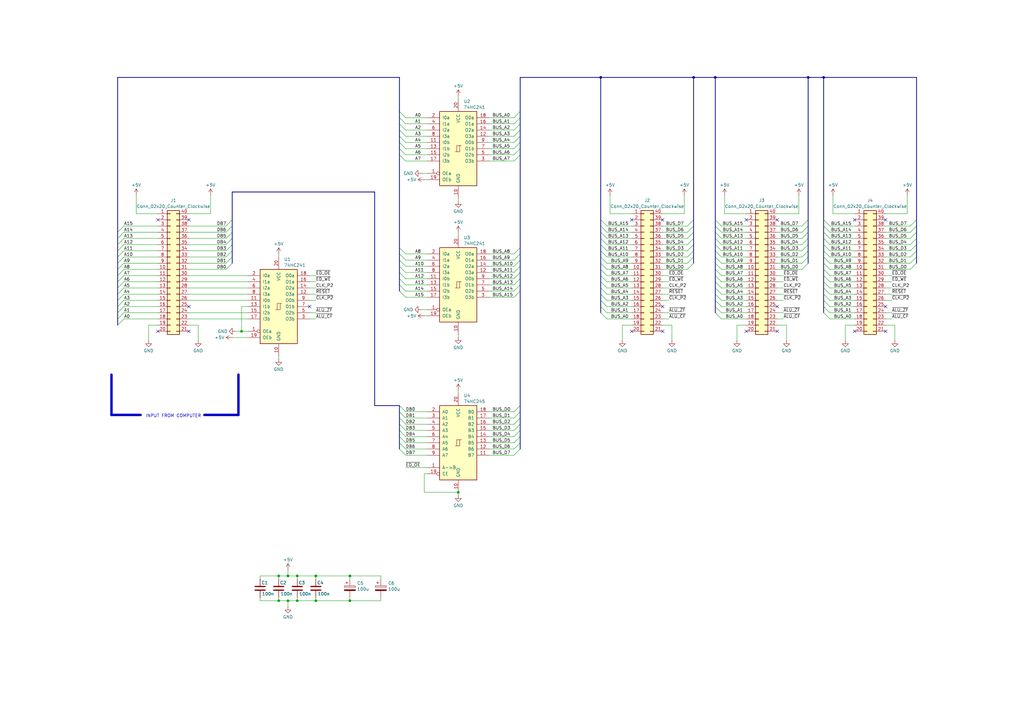
<source format=kicad_sch>
(kicad_sch (version 20231120) (generator "eeschema") (generator_version "8.0")
  (paper "A3")
  (junction (at 337.82 31.75))
  (junction (at 143.51 246.38))
  (junction (at 331.47 31.75))
  (junction (at 118.11 236.22))
  (junction (at 129.54 236.22))
  (junction (at 114.3 246.38))
  (junction (at 143.51 236.22))
  (junction (at 293.37 31.75))
  (junction (at 114.3 236.22))
  (junction (at 284.48 31.75))
  (junction (at 187.96 201.93))
  (junction (at 121.92 246.38))
  (junction (at 121.92 236.22))
  (junction (at 118.11 246.38))
  (junction (at 129.54 246.38))
  (junction (at 246.38 31.75))
  (junction (at 99.06 135.89))
  (no_connect (at 271.78 90.17))
  (no_connect (at 127 125.73))
  (no_connect (at 271.78 125.73))
  (no_connect (at 350.52 90.17))
  (no_connect (at 306.07 90.17))
  (no_connect (at 363.22 125.73))
  (no_connect (at 64.77 135.89))
  (no_connect (at 363.22 135.89))
  (no_connect (at 77.47 90.17))
  (no_connect (at 64.77 90.17))
  (no_connect (at 271.78 135.89))
  (no_connect (at 306.07 135.89))
  (no_connect (at 259.08 90.17))
  (no_connect (at 77.47 135.89))
  (no_connect (at 77.47 125.73))
  (no_connect (at 318.77 135.89))
  (no_connect (at 318.77 90.17))
  (no_connect (at 259.08 135.89))
  (no_connect (at 363.22 90.17))
  (no_connect (at 350.52 135.89))
  (no_connect (at 318.77 125.73))
  (bus_entry (at 166.37 111.76) (size -2.54 -2.54))
  (bus_entry (at 340.36 97.79) (size -2.54 -2.54))
  (bus_entry (at 328.93 92.71) (size 2.54 -2.54))
  (bus_entry (at 48.26 115.57) (size 2.54 -2.54))
  (bus_entry (at 48.26 125.73) (size 2.54 -2.54))
  (bus_entry (at 340.36 110.49) (size -2.54 -2.54))
  (bus_entry (at 166.37 63.5) (size -2.54 -2.54))
  (bus_entry (at 340.36 125.73) (size -2.54 -2.54))
  (bus_entry (at 210.82 168.91) (size 2.54 -2.54))
  (bus_entry (at 210.82 50.8) (size 2.54 -2.54))
  (bus_entry (at 295.91 97.79) (size -2.54 -2.54))
  (bus_entry (at 166.37 121.92) (size -2.54 -2.54))
  (bus_entry (at 328.93 105.41) (size 2.54 -2.54))
  (bus_entry (at 92.71 95.25) (size 2.54 -2.54))
  (bus_entry (at 48.26 95.25) (size 2.54 -2.54))
  (bus_entry (at 248.92 130.81) (size -2.54 -2.54))
  (bus_entry (at 166.37 176.53) (size -2.54 -2.54))
  (bus_entry (at 48.26 123.19) (size 2.54 -2.54))
  (bus_entry (at 48.26 130.81) (size 2.54 -2.54))
  (bus_entry (at 373.38 97.79) (size 2.54 -2.54))
  (bus_entry (at 295.91 130.81) (size -2.54 -2.54))
  (bus_entry (at 210.82 104.14) (size 2.54 -2.54))
  (bus_entry (at 166.37 186.69) (size -2.54 -2.54))
  (bus_entry (at 340.36 100.33) (size -2.54 -2.54))
  (bus_entry (at 248.92 95.25) (size -2.54 -2.54))
  (bus_entry (at 166.37 168.91) (size -2.54 -2.54))
  (bus_entry (at 340.36 123.19) (size -2.54 -2.54))
  (bus_entry (at 210.82 55.88) (size 2.54 -2.54))
  (bus_entry (at 295.91 100.33) (size -2.54 -2.54))
  (bus_entry (at 48.26 102.87) (size 2.54 -2.54))
  (bus_entry (at 281.94 95.25) (size 2.54 -2.54))
  (bus_entry (at 248.92 120.65) (size -2.54 -2.54))
  (bus_entry (at 248.92 102.87) (size -2.54 -2.54))
  (bus_entry (at 295.91 95.25) (size -2.54 -2.54))
  (bus_entry (at 248.92 125.73) (size -2.54 -2.54))
  (bus_entry (at 248.92 128.27) (size -2.54 -2.54))
  (bus_entry (at 281.94 102.87) (size 2.54 -2.54))
  (bus_entry (at 210.82 66.04) (size 2.54 -2.54))
  (bus_entry (at 248.92 92.71) (size -2.54 -2.54))
  (bus_entry (at 295.91 120.65) (size -2.54 -2.54))
  (bus_entry (at 295.91 123.19) (size -2.54 -2.54))
  (bus_entry (at 210.82 181.61) (size 2.54 -2.54))
  (bus_entry (at 48.26 107.95) (size 2.54 -2.54))
  (bus_entry (at 295.91 105.41) (size -2.54 -2.54))
  (bus_entry (at 210.82 114.3) (size 2.54 -2.54))
  (bus_entry (at 210.82 58.42) (size 2.54 -2.54))
  (bus_entry (at 340.36 118.11) (size -2.54 -2.54))
  (bus_entry (at 328.93 95.25) (size 2.54 -2.54))
  (bus_entry (at 373.38 102.87) (size 2.54 -2.54))
  (bus_entry (at 281.94 107.95) (size 2.54 -2.54))
  (bus_entry (at 295.91 92.71) (size -2.54 -2.54))
  (bus_entry (at 48.26 128.27) (size 2.54 -2.54))
  (bus_entry (at 210.82 60.96) (size 2.54 -2.54))
  (bus_entry (at 166.37 181.61) (size -2.54 -2.54))
  (bus_entry (at 210.82 119.38) (size 2.54 -2.54))
  (bus_entry (at 248.92 100.33) (size -2.54 -2.54))
  (bus_entry (at 281.94 100.33) (size 2.54 -2.54))
  (bus_entry (at 210.82 121.92) (size 2.54 -2.54))
  (bus_entry (at 248.92 115.57) (size -2.54 -2.54))
  (bus_entry (at 340.36 120.65) (size -2.54 -2.54))
  (bus_entry (at 92.71 92.71) (size 2.54 -2.54))
  (bus_entry (at 328.93 102.87) (size 2.54 -2.54))
  (bus_entry (at 48.26 97.79) (size 2.54 -2.54))
  (bus_entry (at 340.36 115.57) (size -2.54 -2.54))
  (bus_entry (at 248.92 123.19) (size -2.54 -2.54))
  (bus_entry (at 210.82 63.5) (size 2.54 -2.54))
  (bus_entry (at 295.91 118.11) (size -2.54 -2.54))
  (bus_entry (at 295.91 102.87) (size -2.54 -2.54))
  (bus_entry (at 295.91 107.95) (size -2.54 -2.54))
  (bus_entry (at 48.26 120.65) (size 2.54 -2.54))
  (bus_entry (at 373.38 105.41) (size 2.54 -2.54))
  (bus_entry (at 248.92 110.49) (size -2.54 -2.54))
  (bus_entry (at 48.26 105.41) (size 2.54 -2.54))
  (bus_entry (at 281.94 97.79) (size 2.54 -2.54))
  (bus_entry (at 48.26 100.33) (size 2.54 -2.54))
  (bus_entry (at 166.37 50.8) (size -2.54 -2.54))
  (bus_entry (at 166.37 106.68) (size -2.54 -2.54))
  (bus_entry (at 248.92 97.79) (size -2.54 -2.54))
  (bus_entry (at 210.82 171.45) (size 2.54 -2.54))
  (bus_entry (at 340.36 95.25) (size -2.54 -2.54))
  (bus_entry (at 281.94 110.49) (size 2.54 -2.54))
  (bus_entry (at 166.37 114.3) (size -2.54 -2.54))
  (bus_entry (at 92.71 110.49) (size 2.54 -2.54))
  (bus_entry (at 166.37 119.38) (size -2.54 -2.54))
  (bus_entry (at 328.93 107.95) (size 2.54 -2.54))
  (bus_entry (at 210.82 186.69) (size 2.54 -2.54))
  (bus_entry (at 328.93 110.49) (size 2.54 -2.54))
  (bus_entry (at 248.92 118.11) (size -2.54 -2.54))
  (bus_entry (at 92.71 102.87) (size 2.54 -2.54))
  (bus_entry (at 340.36 128.27) (size -2.54 -2.54))
  (bus_entry (at 210.82 109.22) (size 2.54 -2.54))
  (bus_entry (at 373.38 92.71) (size 2.54 -2.54))
  (bus_entry (at 92.71 107.95) (size 2.54 -2.54))
  (bus_entry (at 295.91 113.03) (size -2.54 -2.54))
  (bus_entry (at 48.26 113.03) (size 2.54 -2.54))
  (bus_entry (at 328.93 100.33) (size 2.54 -2.54))
  (bus_entry (at 248.92 107.95) (size -2.54 -2.54))
  (bus_entry (at 166.37 173.99) (size -2.54 -2.54))
  (bus_entry (at 48.26 133.35) (size 2.54 -2.54))
  (bus_entry (at 373.38 95.25) (size 2.54 -2.54))
  (bus_entry (at 166.37 66.04) (size -2.54 -2.54))
  (bus_entry (at 248.92 105.41) (size -2.54 -2.54))
  (bus_entry (at 166.37 60.96) (size -2.54 -2.54))
  (bus_entry (at 166.37 179.07) (size -2.54 -2.54))
  (bus_entry (at 166.37 109.22) (size -2.54 -2.54))
  (bus_entry (at 166.37 55.88) (size -2.54 -2.54))
  (bus_entry (at 281.94 105.41) (size 2.54 -2.54))
  (bus_entry (at 373.38 107.95) (size 2.54 -2.54))
  (bus_entry (at 295.91 125.73) (size -2.54 -2.54))
  (bus_entry (at 166.37 171.45) (size -2.54 -2.54))
  (bus_entry (at 373.38 110.49) (size 2.54 -2.54))
  (bus_entry (at 210.82 106.68) (size 2.54 -2.54))
  (bus_entry (at 340.36 107.95) (size -2.54 -2.54))
  (bus_entry (at 210.82 48.26) (size 2.54 -2.54))
  (bus_entry (at 166.37 53.34) (size -2.54 -2.54))
  (bus_entry (at 295.91 110.49) (size -2.54 -2.54))
  (bus_entry (at 210.82 176.53) (size 2.54 -2.54))
  (bus_entry (at 210.82 173.99) (size 2.54 -2.54))
  (bus_entry (at 48.26 118.11) (size 2.54 -2.54))
  (bus_entry (at 92.71 105.41) (size 2.54 -2.54))
  (bus_entry (at 281.94 92.71) (size 2.54 -2.54))
  (bus_entry (at 166.37 116.84) (size -2.54 -2.54))
  (bus_entry (at 210.82 116.84) (size 2.54 -2.54))
  (bus_entry (at 340.36 102.87) (size -2.54 -2.54))
  (bus_entry (at 166.37 184.15) (size -2.54 -2.54))
  (bus_entry (at 295.91 115.57) (size -2.54 -2.54))
  (bus_entry (at 92.71 100.33) (size 2.54 -2.54))
  (bus_entry (at 340.36 130.81) (size -2.54 -2.54))
  (bus_entry (at 340.36 92.71) (size -2.54 -2.54))
  (bus_entry (at 92.71 97.79) (size 2.54 -2.54))
  (bus_entry (at 210.82 179.07) (size 2.54 -2.54))
  (bus_entry (at 373.38 100.33) (size 2.54 -2.54))
  (bus_entry (at 210.82 184.15) (size 2.54 -2.54))
  (bus_entry (at 340.36 113.03) (size -2.54 -2.54))
  (bus_entry (at 248.92 113.03) (size -2.54 -2.54))
  (bus_entry (at 295.91 128.27) (size -2.54 -2.54))
  (bus_entry (at 166.37 104.14) (size -2.54 -2.54))
  (bus_entry (at 210.82 111.76) (size 2.54 -2.54))
  (bus_entry (at 166.37 58.42) (size -2.54 -2.54))
  (bus_entry (at 328.93 97.79) (size 2.54 -2.54))
  (bus_entry (at 48.26 110.49) (size 2.54 -2.54))
  (bus_entry (at 166.37 48.26) (size -2.54 -2.54))
  (bus_entry (at 340.36 105.41) (size -2.54 -2.54))
  (bus_entry (at 210.82 53.34) (size 2.54 -2.54))
  (wire (pts (xy 175.26 48.26) (xy 166.37 48.26)))
  (wire (pts (xy 200.66 116.84) (xy 210.82 116.84)))
  (bus (pts (xy 95.25 95.25) (xy 95.25 97.79)))
  (bus (pts (xy 375.92 31.75) (xy 375.92 90.17)))
  (bus (pts (xy 246.38 120.65) (xy 246.38 118.11)))
  (bus (pts (xy 337.82 123.19) (xy 337.82 120.65)))
  (wire (pts (xy 367.03 133.35) (xy 363.22 133.35)))
  (wire (pts (xy 318.77 110.49) (xy 328.93 110.49)))
  (bus (pts (xy 337.82 118.11) (xy 337.82 115.57)))
  (wire (pts (xy 50.8 115.57) (xy 64.77 115.57)))
  (wire (pts (xy 187.96 95.25) (xy 187.96 96.52)))
  (bus (pts (xy 337.82 128.27) (xy 337.82 125.73)))
  (wire (pts (xy 143.51 236.22) (xy 129.54 236.22)))
  (wire (pts (xy 280.67 87.63) (xy 280.67 80.01)))
  (bus (pts (xy 213.36 31.75) (xy 246.38 31.75)))
  (bus (pts (xy 375.92 95.25) (xy 375.92 97.79)))
  (bus (pts (xy 375.92 105.41) (xy 375.92 107.95)))
  (wire (pts (xy 64.77 87.63) (xy 55.88 87.63)))
  (wire (pts (xy 363.22 123.19) (xy 365.76 123.19)))
  (wire (pts (xy 175.26 116.84) (xy 166.37 116.84)))
  (wire (pts (xy 306.07 113.03) (xy 295.91 113.03)))
  (wire (pts (xy 350.52 97.79) (xy 340.36 97.79)))
  (wire (pts (xy 200.66 119.38) (xy 210.82 119.38)))
  (bus (pts (xy 163.83 109.22) (xy 163.83 106.68)))
  (bus (pts (xy 163.83 114.3) (xy 163.83 111.76)))
  (bus (pts (xy 213.36 176.53) (xy 213.36 173.99)))
  (wire (pts (xy 271.78 95.25) (xy 281.94 95.25)))
  (wire (pts (xy 306.07 125.73) (xy 295.91 125.73)))
  (bus (pts (xy 48.26 107.95) (xy 48.26 110.49)))
  (polyline (pts (xy 97.79 153.67) (xy 97.79 170.18)) (stroke (width 1)))
  (bus (pts (xy 375.92 102.87) (xy 375.92 105.41)))
  (wire (pts (xy 166.37 179.07) (xy 175.26 179.07)))
  (wire (pts (xy 166.37 186.69) (xy 175.26 186.69)))
  (bus (pts (xy 284.48 31.75) (xy 293.37 31.75)))
  (wire (pts (xy 106.68 245.11) (xy 106.68 246.38)))
  (bus (pts (xy 163.83 179.07) (xy 163.83 181.61)))
  (bus (pts (xy 48.26 125.73) (xy 48.26 128.27)))
  (wire (pts (xy 50.8 102.87) (xy 64.77 102.87)))
  (wire (pts (xy 156.21 237.49) (xy 156.21 236.22)))
  (wire (pts (xy 259.08 107.95) (xy 248.92 107.95)))
  (bus (pts (xy 213.36 114.3) (xy 213.36 111.76)))
  (wire (pts (xy 363.22 95.25) (xy 373.38 95.25)))
  (bus (pts (xy 163.83 63.5) (xy 163.83 60.96)))
  (bus (pts (xy 375.92 90.17) (xy 375.92 92.71)))
  (bus (pts (xy 153.67 78.74) (xy 153.67 166.37)))
  (bus (pts (xy 246.38 118.11) (xy 246.38 115.57)))
  (bus (pts (xy 246.38 113.03) (xy 246.38 110.49)))
  (wire (pts (xy 175.26 114.3) (xy 166.37 114.3)))
  (bus (pts (xy 246.38 102.87) (xy 246.38 100.33)))
  (wire (pts (xy 306.07 118.11) (xy 295.91 118.11)))
  (wire (pts (xy 306.07 123.19) (xy 295.91 123.19)))
  (wire (pts (xy 363.22 118.11) (xy 365.76 118.11)))
  (wire (pts (xy 350.52 118.11) (xy 340.36 118.11)))
  (bus (pts (xy 246.38 31.75) (xy 284.48 31.75)))
  (bus (pts (xy 293.37 113.03) (xy 293.37 110.49)))
  (wire (pts (xy 55.88 87.63) (xy 55.88 80.01)))
  (bus (pts (xy 375.92 100.33) (xy 375.92 102.87)))
  (wire (pts (xy 77.47 115.57) (xy 101.6 115.57)))
  (wire (pts (xy 187.96 81.28) (xy 187.96 82.55)))
  (wire (pts (xy 166.37 176.53) (xy 175.26 176.53)))
  (wire (pts (xy 118.11 246.38) (xy 121.92 246.38)))
  (wire (pts (xy 127 113.03) (xy 129.54 113.03)))
  (bus (pts (xy 293.37 118.11) (xy 293.37 115.57)))
  (wire (pts (xy 306.07 120.65) (xy 295.91 120.65)))
  (wire (pts (xy 50.8 120.65) (xy 64.77 120.65)))
  (wire (pts (xy 322.58 139.7) (xy 322.58 133.35)))
  (bus (pts (xy 293.37 31.75) (xy 331.47 31.75)))
  (bus (pts (xy 95.25 102.87) (xy 95.25 105.41)))
  (bus (pts (xy 163.83 181.61) (xy 163.83 184.15)))
  (bus (pts (xy 163.83 119.38) (xy 163.83 116.84)))
  (wire (pts (xy 306.07 97.79) (xy 295.91 97.79)))
  (wire (pts (xy 318.77 120.65) (xy 321.31 120.65)))
  (wire (pts (xy 274.32 130.81) (xy 271.78 130.81)))
  (bus (pts (xy 153.67 78.74) (xy 95.25 78.74)))
  (wire (pts (xy 200.66 63.5) (xy 210.82 63.5)))
  (wire (pts (xy 350.52 120.65) (xy 340.36 120.65)))
  (bus (pts (xy 331.47 90.17) (xy 331.47 92.71)))
  (wire (pts (xy 127 128.27) (xy 129.54 128.27)))
  (wire (pts (xy 363.22 102.87) (xy 373.38 102.87)))
  (wire (pts (xy 50.8 105.41) (xy 64.77 105.41)))
  (bus (pts (xy 284.48 105.41) (xy 284.48 107.95)))
  (wire (pts (xy 318.77 107.95) (xy 328.93 107.95)))
  (wire (pts (xy 50.8 110.49) (xy 64.77 110.49)))
  (wire (pts (xy 200.66 168.91) (xy 210.82 168.91)))
  (wire (pts (xy 156.21 236.22) (xy 143.51 236.22)))
  (wire (pts (xy 101.6 125.73) (xy 99.06 125.73)))
  (wire (pts (xy 363.22 120.65) (xy 365.76 120.65)))
  (wire (pts (xy 77.47 110.49) (xy 92.71 110.49)))
  (wire (pts (xy 106.68 236.22) (xy 106.68 237.49)))
  (bus (pts (xy 331.47 31.75) (xy 331.47 90.17)))
  (wire (pts (xy 200.66 184.15) (xy 210.82 184.15)))
  (wire (pts (xy 318.77 118.11) (xy 321.31 118.11)))
  (wire (pts (xy 118.11 236.22) (xy 121.92 236.22)))
  (bus (pts (xy 163.83 166.37) (xy 163.83 168.91)))
  (bus (pts (xy 213.36 58.42) (xy 213.36 55.88)))
  (wire (pts (xy 318.77 100.33) (xy 328.93 100.33)))
  (bus (pts (xy 95.25 90.17) (xy 95.25 92.71)))
  (wire (pts (xy 50.8 97.79) (xy 64.77 97.79)))
  (wire (pts (xy 318.77 123.19) (xy 321.31 123.19)))
  (bus (pts (xy 163.83 55.88) (xy 163.83 53.34)))
  (bus (pts (xy 163.83 31.75) (xy 163.83 45.72)))
  (bus (pts (xy 213.36 55.88) (xy 213.36 53.34)))
  (bus (pts (xy 48.26 105.41) (xy 48.26 107.95)))
  (wire (pts (xy 129.54 236.22) (xy 129.54 237.49)))
  (bus (pts (xy 163.83 53.34) (xy 163.83 50.8)))
  (bus (pts (xy 213.36 104.14) (xy 213.36 101.6)))
  (bus (pts (xy 95.25 105.41) (xy 95.25 107.95)))
  (bus (pts (xy 293.37 90.17) (xy 293.37 31.75)))
  (wire (pts (xy 175.26 109.22) (xy 166.37 109.22)))
  (bus (pts (xy 163.83 50.8) (xy 163.83 48.26)))
  (wire (pts (xy 327.66 87.63) (xy 327.66 80.01)))
  (wire (pts (xy 318.77 128.27) (xy 321.31 128.27)))
  (bus (pts (xy 331.47 97.79) (xy 331.47 100.33)))
  (bus (pts (xy 337.82 110.49) (xy 337.82 107.95)))
  (wire (pts (xy 60.96 133.35) (xy 64.77 133.35)))
  (wire (pts (xy 175.26 50.8) (xy 166.37 50.8)))
  (wire (pts (xy 259.08 128.27) (xy 248.92 128.27)))
  (wire (pts (xy 166.37 184.15) (xy 175.26 184.15)))
  (wire (pts (xy 86.36 87.63) (xy 86.36 80.01)))
  (bus (pts (xy 293.37 123.19) (xy 293.37 120.65)))
  (wire (pts (xy 350.52 130.81) (xy 340.36 130.81)))
  (wire (pts (xy 77.47 92.71) (xy 92.71 92.71)))
  (wire (pts (xy 318.77 92.71) (xy 328.93 92.71)))
  (wire (pts (xy 259.08 110.49) (xy 248.92 110.49)))
  (wire (pts (xy 99.06 135.89) (xy 101.6 135.89)))
  (bus (pts (xy 293.37 97.79) (xy 293.37 95.25)))
  (bus (pts (xy 246.38 90.17) (xy 246.38 31.75)))
  (bus (pts (xy 213.36 168.91) (xy 213.36 166.37)))
  (wire (pts (xy 318.77 102.87) (xy 328.93 102.87)))
  (wire (pts (xy 81.28 139.7) (xy 81.28 133.35)))
  (wire (pts (xy 255.27 133.35) (xy 259.08 133.35)))
  (wire (pts (xy 121.92 246.38) (xy 129.54 246.38)))
  (wire (pts (xy 363.22 107.95) (xy 373.38 107.95)))
  (bus (pts (xy 337.82 31.75) (xy 375.92 31.75)))
  (wire (pts (xy 250.19 87.63) (xy 250.19 80.01)))
  (wire (pts (xy 259.08 92.71) (xy 248.92 92.71)))
  (wire (pts (xy 271.78 128.27) (xy 274.32 128.27)))
  (wire (pts (xy 175.26 66.04) (xy 166.37 66.04)))
  (bus (pts (xy 48.26 118.11) (xy 48.26 120.65)))
  (wire (pts (xy 175.26 106.68) (xy 166.37 106.68)))
  (bus (pts (xy 163.83 111.76) (xy 163.83 109.22)))
  (wire (pts (xy 175.26 55.88) (xy 166.37 55.88)))
  (wire (pts (xy 363.22 87.63) (xy 372.11 87.63)))
  (bus (pts (xy 337.82 125.73) (xy 337.82 123.19)))
  (wire (pts (xy 306.07 87.63) (xy 297.18 87.63)))
  (wire (pts (xy 114.3 236.22) (xy 118.11 236.22)))
  (bus (pts (xy 213.36 106.68) (xy 213.36 104.14)))
  (bus (pts (xy 163.83 173.99) (xy 163.83 176.53)))
  (wire (pts (xy 77.47 87.63) (xy 86.36 87.63)))
  (wire (pts (xy 81.28 133.35) (xy 77.47 133.35)))
  (bus (pts (xy 48.26 113.03) (xy 48.26 115.57)))
  (wire (pts (xy 259.08 115.57) (xy 248.92 115.57)))
  (bus (pts (xy 213.36 171.45) (xy 213.36 168.91)))
  (wire (pts (xy 306.07 102.87) (xy 295.91 102.87)))
  (wire (pts (xy 306.07 92.71) (xy 295.91 92.71)))
  (wire (pts (xy 166.37 191.77) (xy 175.26 191.77)))
  (wire (pts (xy 275.59 133.35) (xy 271.78 133.35)))
  (wire (pts (xy 259.08 97.79) (xy 248.92 97.79)))
  (wire (pts (xy 350.52 92.71) (xy 340.36 92.71)))
  (wire (pts (xy 306.07 95.25) (xy 295.91 95.25)))
  (wire (pts (xy 175.26 104.14) (xy 166.37 104.14)))
  (wire (pts (xy 259.08 102.87) (xy 248.92 102.87)))
  (wire (pts (xy 50.8 92.71) (xy 64.77 92.71)))
  (wire (pts (xy 200.66 171.45) (xy 210.82 171.45)))
  (bus (pts (xy 95.25 97.79) (xy 95.25 100.33)))
  (wire (pts (xy 350.52 128.27) (xy 340.36 128.27)))
  (wire (pts (xy 259.08 130.81) (xy 248.92 130.81)))
  (wire (pts (xy 346.71 133.35) (xy 350.52 133.35)))
  (bus (pts (xy 163.83 106.68) (xy 163.83 104.14)))
  (wire (pts (xy 363.22 97.79) (xy 373.38 97.79)))
  (wire (pts (xy 350.52 110.49) (xy 340.36 110.49)))
  (wire (pts (xy 166.37 173.99) (xy 175.26 173.99)))
  (polyline (pts (xy 57.658 170.18) (xy 45.72 170.18)) (stroke (width 1)))
  (wire (pts (xy 350.52 113.03) (xy 340.36 113.03)))
  (bus (pts (xy 246.38 128.27) (xy 246.38 125.73)))
  (wire (pts (xy 259.08 123.19) (xy 248.92 123.19)))
  (bus (pts (xy 293.37 128.27) (xy 293.37 125.73)))
  (wire (pts (xy 350.52 95.25) (xy 340.36 95.25)))
  (wire (pts (xy 271.78 105.41) (xy 281.94 105.41)))
  (bus (pts (xy 213.36 173.99) (xy 213.36 171.45)))
  (wire (pts (xy 114.3 146.05) (xy 114.3 147.32)))
  (wire (pts (xy 350.52 107.95) (xy 340.36 107.95)))
  (bus (pts (xy 293.37 110.49) (xy 293.37 107.95)))
  (bus (pts (xy 163.83 63.5) (xy 163.83 101.6)))
  (wire (pts (xy 200.66 121.92) (xy 210.82 121.92)))
  (wire (pts (xy 372.11 87.63) (xy 372.11 80.01)))
  (wire (pts (xy 127 118.11) (xy 129.54 118.11)))
  (wire (pts (xy 50.8 118.11) (xy 64.77 118.11)))
  (wire (pts (xy 363.22 113.03) (xy 365.76 113.03)))
  (wire (pts (xy 187.96 137.16) (xy 187.96 138.43)))
  (bus (pts (xy 48.26 95.25) (xy 48.26 97.79)))
  (wire (pts (xy 350.52 123.19) (xy 340.36 123.19)))
  (bus (pts (xy 246.38 100.33) (xy 246.38 97.79)))
  (bus (pts (xy 293.37 92.71) (xy 293.37 90.17)))
  (wire (pts (xy 106.68 246.38) (xy 114.3 246.38)))
  (wire (pts (xy 363.22 100.33) (xy 373.38 100.33)))
  (wire (pts (xy 114.3 246.38) (xy 118.11 246.38)))
  (bus (pts (xy 48.26 102.87) (xy 48.26 105.41)))
  (bus (pts (xy 246.38 115.57) (xy 246.38 113.03)))
  (wire (pts (xy 346.71 139.7) (xy 346.71 133.35)))
  (wire (pts (xy 166.37 168.91) (xy 175.26 168.91)))
  (wire (pts (xy 200.66 186.69) (xy 210.82 186.69)))
  (bus (pts (xy 293.37 95.25) (xy 293.37 92.71)))
  (wire (pts (xy 175.26 63.5) (xy 166.37 63.5)))
  (bus (pts (xy 213.36 53.34) (xy 213.36 50.8)))
  (bus (pts (xy 213.36 60.96) (xy 213.36 58.42)))
  (wire (pts (xy 50.8 113.03) (xy 64.77 113.03)))
  (wire (pts (xy 350.52 102.87) (xy 340.36 102.87)))
  (wire (pts (xy 175.26 58.42) (xy 166.37 58.42)))
  (wire (pts (xy 77.47 120.65) (xy 101.6 120.65)))
  (wire (pts (xy 200.66 114.3) (xy 210.82 114.3)))
  (bus (pts (xy 284.48 31.75) (xy 284.48 90.17)))
  (wire (pts (xy 318.77 97.79) (xy 328.93 97.79)))
  (wire (pts (xy 200.66 111.76) (xy 210.82 111.76)))
  (wire (pts (xy 200.66 109.22) (xy 210.82 109.22)))
  (wire (pts (xy 271.78 100.33) (xy 281.94 100.33)))
  (wire (pts (xy 156.21 246.38) (xy 143.51 246.38)))
  (bus (pts (xy 337.82 95.25) (xy 337.82 92.71)))
  (wire (pts (xy 271.78 115.57) (xy 274.32 115.57)))
  (bus (pts (xy 163.83 104.14) (xy 163.83 101.6)))
  (bus (pts (xy 246.38 95.25) (xy 246.38 92.71)))
  (wire (pts (xy 77.47 95.25) (xy 92.71 95.25)))
  (wire (pts (xy 127 115.57) (xy 129.54 115.57)))
  (wire (pts (xy 200.66 53.34) (xy 210.82 53.34)))
  (wire (pts (xy 363.22 110.49) (xy 373.38 110.49)))
  (wire (pts (xy 77.47 128.27) (xy 101.6 128.27)))
  (wire (pts (xy 271.78 97.79) (xy 281.94 97.79)))
  (wire (pts (xy 187.96 201.93) (xy 187.96 203.2)))
  (bus (pts (xy 48.26 110.49) (xy 48.26 113.03)))
  (wire (pts (xy 114.3 236.22) (xy 114.3 237.49)))
  (bus (pts (xy 337.82 107.95) (xy 337.82 105.41)))
  (wire (pts (xy 271.78 120.65) (xy 274.32 120.65)))
  (wire (pts (xy 118.11 246.38) (xy 118.11 248.92)))
  (bus (pts (xy 293.37 107.95) (xy 293.37 105.41)))
  (wire (pts (xy 259.08 95.25) (xy 248.92 95.25)))
  (bus (pts (xy 213.36 48.26) (xy 213.36 45.72)))
  (wire (pts (xy 121.92 245.11) (xy 121.92 246.38)))
  (bus (pts (xy 246.38 110.49) (xy 246.38 107.95)))
  (wire (pts (xy 175.26 111.76) (xy 166.37 111.76)))
  (bus (pts (xy 163.83 116.84) (xy 163.83 114.3)))
  (bus (pts (xy 246.38 125.73) (xy 246.38 123.19)))
  (wire (pts (xy 306.07 105.41) (xy 295.91 105.41)))
  (bus (pts (xy 375.92 92.71) (xy 375.92 95.25)))
  (bus (pts (xy 213.36 116.84) (xy 213.36 114.3)))
  (bus (pts (xy 213.36 109.22) (xy 213.36 106.68)))
  (bus (pts (xy 337.82 97.79) (xy 337.82 95.25)))
  (bus (pts (xy 48.26 120.65) (xy 48.26 123.19)))
  (wire (pts (xy 306.07 128.27) (xy 295.91 128.27)))
  (bus (pts (xy 213.36 50.8) (xy 213.36 48.26)))
  (bus (pts (xy 48.26 123.19) (xy 48.26 125.73)))
  (wire (pts (xy 187.96 39.37) (xy 187.96 40.64)))
  (bus (pts (xy 95.25 100.33) (xy 95.25 102.87)))
  (wire (pts (xy 143.51 246.38) (xy 129.54 246.38)))
  (wire (pts (xy 60.96 139.7) (xy 60.96 133.35)))
  (wire (pts (xy 302.26 139.7) (xy 302.26 133.35)))
  (bus (pts (xy 246.38 107.95) (xy 246.38 105.41)))
  (wire (pts (xy 175.26 60.96) (xy 166.37 60.96)))
  (bus (pts (xy 213.36 181.61) (xy 213.36 179.07)))
  (wire (pts (xy 363.22 105.41) (xy 373.38 105.41)))
  (bus (pts (xy 213.36 45.72) (xy 213.36 31.75)))
  (wire (pts (xy 367.03 139.7) (xy 367.03 133.35)))
  (wire (pts (xy 200.66 104.14) (xy 210.82 104.14)))
  (wire (pts (xy 50.8 100.33) (xy 64.77 100.33)))
  (bus (pts (xy 153.67 166.37) (xy 163.83 166.37)))
  (wire (pts (xy 306.07 100.33) (xy 295.91 100.33)))
  (bus (pts (xy 48.26 31.75) (xy 163.83 31.75)))
  (wire (pts (xy 118.11 233.68) (xy 118.11 236.22)))
  (wire (pts (xy 77.47 123.19) (xy 101.6 123.19)))
  (wire (pts (xy 166.37 171.45) (xy 175.26 171.45)))
  (wire (pts (xy 271.78 92.71) (xy 281.94 92.71)))
  (wire (pts (xy 271.78 123.19) (xy 274.32 123.19)))
  (wire (pts (xy 95.25 138.43) (xy 101.6 138.43)))
  (wire (pts (xy 50.8 128.27) (xy 64.77 128.27)))
  (bus (pts (xy 331.47 31.75) (xy 337.82 31.75)))
  (wire (pts (xy 77.47 130.81) (xy 101.6 130.81)))
  (wire (pts (xy 259.08 105.41) (xy 248.92 105.41)))
  (wire (pts (xy 318.77 115.57) (xy 321.31 115.57)))
  (bus (pts (xy 337.82 105.41) (xy 337.82 102.87)))
  (wire (pts (xy 50.8 107.95) (xy 64.77 107.95)))
  (bus (pts (xy 331.47 102.87) (xy 331.47 105.41)))
  (wire (pts (xy 341.63 87.63) (xy 341.63 80.01)))
  (wire (pts (xy 99.06 125.73) (xy 99.06 135.89)))
  (wire (pts (xy 173.99 129.54) (xy 175.26 129.54)))
  (wire (pts (xy 350.52 125.73) (xy 340.36 125.73)))
  (wire (pts (xy 259.08 87.63) (xy 250.19 87.63)))
  (bus (pts (xy 293.37 105.41) (xy 293.37 102.87)))
  (bus (pts (xy 284.48 100.33) (xy 284.48 102.87)))
  (bus (pts (xy 213.36 179.07) (xy 213.36 176.53)))
  (wire (pts (xy 173.99 201.93) (xy 187.96 201.93)))
  (wire (pts (xy 259.08 120.65) (xy 248.92 120.65)))
  (wire (pts (xy 77.47 118.11) (xy 101.6 118.11)))
  (wire (pts (xy 127 120.65) (xy 129.54 120.65)))
  (wire (pts (xy 318.77 113.03) (xy 321.31 113.03)))
  (wire (pts (xy 77.47 100.33) (xy 92.71 100.33)))
  (wire (pts (xy 175.26 53.34) (xy 166.37 53.34)))
  (wire (pts (xy 200.66 66.04) (xy 210.82 66.04)))
  (wire (pts (xy 271.78 110.49) (xy 281.94 110.49)))
  (wire (pts (xy 306.07 107.95) (xy 295.91 107.95)))
  (bus (pts (xy 48.26 128.27) (xy 48.26 130.81)))
  (bus (pts (xy 293.37 120.65) (xy 293.37 118.11)))
  (wire (pts (xy 200.66 48.26) (xy 210.82 48.26)))
  (bus (pts (xy 213.36 63.5) (xy 213.36 60.96)))
  (wire (pts (xy 77.47 97.79) (xy 92.71 97.79)))
  (wire (pts (xy 271.78 113.03) (xy 274.32 113.03)))
  (wire (pts (xy 200.66 60.96) (xy 210.82 60.96)))
  (wire (pts (xy 350.52 87.63) (xy 341.63 87.63)))
  (bus (pts (xy 213.36 101.6) (xy 213.36 63.5)))
  (bus (pts (xy 48.26 115.57) (xy 48.26 118.11)))
  (wire (pts (xy 114.3 104.14) (xy 114.3 105.41)))
  (bus (pts (xy 331.47 92.71) (xy 331.47 95.25)))
  (wire (pts (xy 365.76 130.81) (xy 363.22 130.81)))
  (wire (pts (xy 77.47 107.95) (xy 92.71 107.95)))
  (wire (pts (xy 297.18 87.63) (xy 297.18 80.01)))
  (wire (pts (xy 306.07 130.81) (xy 295.91 130.81)))
  (bus (pts (xy 213.36 111.76) (xy 213.36 109.22)))
  (bus (pts (xy 213.36 166.37) (xy 213.36 119.38)))
  (wire (pts (xy 114.3 246.38) (xy 114.3 245.11)))
  (bus (pts (xy 331.47 105.41) (xy 331.47 107.95)))
  (wire (pts (xy 259.08 100.33) (xy 248.92 100.33)))
  (bus (pts (xy 337.82 102.87) (xy 337.82 100.33)))
  (bus (pts (xy 163.83 168.91) (xy 163.83 171.45)))
  (wire (pts (xy 156.21 245.11) (xy 156.21 246.38)))
  (wire (pts (xy 350.52 105.41) (xy 340.36 105.41)))
  (wire (pts (xy 350.52 100.33) (xy 340.36 100.33)))
  (bus (pts (xy 375.92 97.79) (xy 375.92 100.33)))
  (wire (pts (xy 259.08 125.73) (xy 248.92 125.73)))
  (bus (pts (xy 48.26 31.75) (xy 48.26 95.25)))
  (wire (pts (xy 175.26 121.92) (xy 166.37 121.92)))
  (bus (pts (xy 284.48 90.17) (xy 284.48 92.71)))
  (wire (pts (xy 259.08 113.03) (xy 248.92 113.03)))
  (bus (pts (xy 95.25 92.71) (xy 95.25 95.25)))
  (wire (pts (xy 173.99 194.31) (xy 173.99 201.93)))
  (wire (pts (xy 173.99 194.31) (xy 175.26 194.31)))
  (wire (pts (xy 363.22 115.57) (xy 365.76 115.57)))
  (wire (pts (xy 50.8 123.19) (xy 64.77 123.19)))
  (wire (pts (xy 350.52 115.57) (xy 340.36 115.57)))
  (bus (pts (xy 293.37 102.87) (xy 293.37 100.33)))
  (bus (pts (xy 337.82 113.03) (xy 337.82 110.49)))
  (bus (pts (xy 163.83 171.45) (xy 163.83 173.99)))
  (bus (pts (xy 337.82 92.71) (xy 337.82 90.17)))
  (wire (pts (xy 200.66 181.61) (xy 210.82 181.61)))
  (wire (pts (xy 200.66 50.8) (xy 210.82 50.8)))
  (bus (pts (xy 246.38 92.71) (xy 246.38 90.17)))
  (wire (pts (xy 200.66 176.53) (xy 210.82 176.53)))
  (wire (pts (xy 77.47 102.87) (xy 92.71 102.87)))
  (wire (pts (xy 259.08 118.11) (xy 248.92 118.11)))
  (wire (pts (xy 363.22 92.71) (xy 373.38 92.71)))
  (wire (pts (xy 50.8 125.73) (xy 64.77 125.73)))
  (wire (pts (xy 77.47 105.41) (xy 92.71 105.41)))
  (wire (pts (xy 322.58 133.35) (xy 318.77 133.35)))
  (wire (pts (xy 129.54 246.38) (xy 129.54 245.11)))
  (wire (pts (xy 302.26 133.35) (xy 306.07 133.35)))
  (bus (pts (xy 284.48 92.71) (xy 284.48 95.25)))
  (bus (pts (xy 331.47 95.25) (xy 331.47 97.79)))
  (bus (pts (xy 284.48 95.25) (xy 284.48 97.79)))
  (wire (pts (xy 127 123.19) (xy 129.54 123.19)))
  (bus (pts (xy 337.82 90.17) (xy 337.82 31.75)))
  (wire (pts (xy 77.47 113.03) (xy 101.6 113.03)))
  (bus (pts (xy 163.83 48.26) (xy 163.83 45.72)))
  (wire (pts (xy 321.31 130.81) (xy 318.77 130.81)))
  (wire (pts (xy 166.37 181.61) (xy 175.26 181.61)))
  (wire (pts (xy 271.78 107.95) (xy 281.94 107.95)))
  (bus (pts (xy 293.37 125.73) (xy 293.37 123.19)))
  (bus (pts (xy 163.83 60.96) (xy 163.83 58.42)))
  (wire (pts (xy 318.77 87.63) (xy 327.66 87.63)))
  (polyline (pts (xy 83.82 170.18) (xy 97.79 170.18)) (stroke (width 1)))
  (bus (pts (xy 284.48 102.87) (xy 284.48 105.41)))
  (wire (pts (xy 121.92 237.49) (xy 121.92 236.22)))
  (bus (pts (xy 48.26 97.79) (xy 48.26 100.33)))
  (wire (pts (xy 306.07 110.49) (xy 295.91 110.49)))
  (bus (pts (xy 213.36 184.15) (xy 213.36 181.61)))
  (wire (pts (xy 363.22 128.27) (xy 365.76 128.27)))
  (wire (pts (xy 50.8 95.25) (xy 64.77 95.25)))
  (bus (pts (xy 246.38 97.79) (xy 246.38 95.25)))
  (bus (pts (xy 48.26 100.33) (xy 48.26 102.87)))
  (wire (pts (xy 271.78 87.63) (xy 280.67 87.63)))
  (wire (pts (xy 318.77 95.25) (xy 328.93 95.25)))
  (wire (pts (xy 271.78 118.11) (xy 274.32 118.11)))
  (wire (pts (xy 306.07 115.57) (xy 295.91 115.57)))
  (wire (pts (xy 96.52 135.89) (xy 99.06 135.89)))
  (polyline (pts (xy 45.72 153.67) (xy 45.72 170.18)) (stroke (width 1)))
  (bus (pts (xy 246.38 105.41) (xy 246.38 102.87)))
  (wire (pts (xy 143.51 237.49) (xy 143.51 236.22)))
  (bus (pts (xy 163.83 58.42) (xy 163.83 55.88)))
  (wire (pts (xy 275.59 139.7) (xy 275.59 133.35)))
  (wire (pts (xy 172.72 127) (xy 175.26 127)))
  (bus (pts (xy 293.37 100.33) (xy 293.37 97.79)))
  (bus (pts (xy 246.38 123.19) (xy 246.38 120.65)))
  (wire (pts (xy 200.66 55.88) (xy 210.82 55.88)))
  (wire (pts (xy 50.8 130.81) (xy 64.77 130.81)))
  (wire (pts (xy 175.26 119.38) (xy 166.37 119.38)))
  (wire (pts (xy 127 130.81) (xy 129.54 130.81)))
  (bus (pts (xy 337.82 100.33) (xy 337.82 97.79)))
  (bus (pts (xy 337.82 120.65) (xy 337.82 118.11)))
  (bus (pts (xy 284.48 97.79) (xy 284.48 100.33)))
  (bus (pts (xy 337.82 115.57) (xy 337.82 113.03)))
  (wire (pts (xy 121.92 236.22) (xy 129.54 236.22)))
  (wire (pts (xy 271.78 102.87) (xy 281.94 102.87)))
  (bus (pts (xy 293.37 115.57) (xy 293.37 113.03)))
  (wire (pts (xy 200.66 58.42) (xy 210.82 58.42)))
  (bus (pts (xy 331.47 100.33) (xy 331.47 102.87)))
  (wire (pts (xy 255.27 139.7) (xy 255.27 133.35)))
  (bus (pts (xy 163.83 176.53) (xy 163.83 179.07)))
  (wire (pts (xy 187.96 160.02) (xy 187.96 161.29)))
  (bus (pts (xy 213.36 119.38) (xy 213.36 116.84)))
  (wire (pts (xy 106.68 236.22) (xy 114.3 236.22)))
  (wire (pts (xy 200.66 173.99) (xy 210.82 173.99)))
  (bus (pts (xy 48.26 130.81) (xy 48.26 133.35)))
  (wire (pts (xy 173.99 73.66) (xy 175.26 73.66)))
  (wire (pts (xy 143.51 245.11) (xy 143.51 246.38)))
  (wire (pts (xy 200.66 179.07) (xy 210.82 179.07)))
  (wire (pts (xy 200.66 106.68) (xy 210.82 106.68)))
  (wire (pts (xy 172.72 71.12) (xy 175.26 71.12)))
  (wire (pts (xy 318.77 105.41) (xy 328.93 105.41)))
  (bus (pts (xy 95.25 78.74) (xy 95.25 90.17)))
  (text "INPUT FROM COMPUTER" (at 71.12 170.688 0) (effects (font (size 1.27 1.27))))
  (label "BUS_A5" (at 349.25 118.11 180))
  (label "BUS_D0" (at 364.49 110.49 0))
  (label "BUS_A6" (at 304.8 115.57 180))
  (label "~{RESET}" (at 365.76 120.65 0))
  (label "A14" (at 170.18 119.38 0))
  (label "~{ED_OE}" (at 321.31 113.03 0))
  (label "BUS_A2" (at 304.8 125.73 180))
  (label "BUS_A14" (at 257.81 95.25 180))
  (label "BUS_A8" (at 201.93 104.14 0))
  (label "CLK_P2" (at 129.54 118.11 0))
  (label "BUS_D1" (at 273.05 107.95 0))
  (label "DB5" (at 88.9 97.79 0))
  (label "A1" (at 50.8 128.27 0))
  (label "BUS_A4" (at 304.8 120.65 180))
  (label "BUS_A7" (at 349.25 113.03 180))
  (label "A15" (at 50.8 92.71 0))
  (label "BUS_A2" (at 201.93 53.34 0))
  (label "~{ALU_CF}" (at 274.32 130.81 0))
  (label "A8" (at 50.8 110.49 0))
  (label "~{ALU_CF}" (at 365.76 130.81 0))
  (label "BUS_D3" (at 201.93 176.53 0))
  (label "BUS_D2" (at 320.04 105.41 0))
  (label "BUS_D6" (at 273.05 95.25 0))
  (label "~{ED_WE}" (at 365.76 115.57 0))
  (label "CLK_P2" (at 365.76 118.11 0))
  (label "BUS_D0" (at 201.93 168.91 0))
  (label "BUS_D6" (at 320.04 95.25 0))
  (label "A2" (at 170.18 53.34 0))
  (label "BUS_A1" (at 304.8 128.27 180))
  (label "~{ALU_CF}" (at 321.31 130.81 0))
  (label "BUS_A14" (at 304.8 95.25 180))
  (label "A8" (at 170.18 104.14 0))
  (label "BUS_D2" (at 364.49 105.41 0))
  (label "BUS_D7" (at 201.93 186.69 0))
  (label "BUS_A7" (at 201.93 66.04 0))
  (label "~{ALU_ZF}" (at 129.54 128.27 0))
  (label "BUS_A6" (at 257.81 115.57 180))
  (label "A9" (at 50.8 107.95 0))
  (label "~{ALU_CF}" (at 129.54 130.81 0))
  (label "BUS_A3" (at 257.81 123.19 180))
  (label "A1" (at 170.18 50.8 0))
  (label "BUS_D3" (at 273.05 102.87 0))
  (label "A4" (at 170.18 58.42 0))
  (label "BUS_A7" (at 304.8 113.03 180))
  (label "A6" (at 170.18 63.5 0))
  (label "~{ED_OE}" (at 365.76 113.03 0))
  (label "~{CLK_P2}" (at 365.76 123.19 0))
  (label "A3" (at 170.18 55.88 0))
  (label "~{CLK_P2}" (at 274.32 123.19 0))
  (label "A9" (at 170.18 106.68 0))
  (label "BUS_A15" (at 349.25 92.71 180))
  (label "~{ED_WE}" (at 274.32 115.57 0))
  (label "BUS_A13" (at 349.25 97.79 180))
  (label "BUS_A10" (at 304.8 105.41 180))
  (label "BUS_A14" (at 349.25 95.25 180))
  (label "BUS_A10" (at 257.81 105.41 180))
  (label "BUS_A5" (at 304.8 118.11 180))
  (label "BUS_D1" (at 201.93 171.45 0))
  (label "BUS_A13" (at 257.81 97.79 180))
  (label "DB0" (at 88.9 110.49 0))
  (label "BUS_A12" (at 257.81 100.33 180))
  (label "~{RESET}" (at 274.32 120.65 0))
  (label "DB2" (at 88.9 105.41 0))
  (label "BUS_A8" (at 349.25 110.49 180))
  (label "BUS_A0" (at 201.93 48.26 0))
  (label "BUS_A11" (at 304.8 102.87 180))
  (label "BUS_A7" (at 257.81 113.03 180))
  (label "DB6" (at 166.37 184.15 0))
  (label "BUS_A11" (at 257.81 102.87 180))
  (label "BUS_A1" (at 349.25 128.27 180))
  (label "BUS_A9" (at 257.81 107.95 180))
  (label "BUS_A4" (at 349.25 120.65 180))
  (label "BUS_D4" (at 364.49 100.33 0))
  (label "~{ALU_ZF}" (at 274.32 128.27 0))
  (label "DB7" (at 88.9 92.71 0))
  (label "BUS_D5" (at 364.49 97.79 0))
  (label "BUS_D6" (at 364.49 95.25 0))
  (label "BUS_A15" (at 257.81 92.71 180))
  (label "BUS_A8" (at 257.81 110.49 180))
  (label "DB5" (at 166.37 181.61 0))
  (label "BUS_D5" (at 273.05 97.79 0))
  (label "A13" (at 50.8 97.79 0))
  (label "BUS_D6" (at 201.93 184.15 0))
  (label "BUS_A15" (at 304.8 92.71 180))
  (label "A5" (at 50.8 118.11 0))
  (label "~{RESET}" (at 129.54 120.65 0))
  (label "BUS_D2" (at 273.05 105.41 0))
  (label "A13" (at 170.18 116.84 0))
  (label "BUS_D1" (at 364.49 107.95 0))
  (label "BUS_A9" (at 201.93 106.68 0))
  (label "BUS_A1" (at 201.93 50.8 0))
  (label "DB1" (at 166.37 171.45 0))
  (label "A0" (at 170.18 48.26 0))
  (label "A11" (at 50.8 102.87 0))
  (label "BUS_D7" (at 273.05 92.71 0))
  (label "~{ED_OE}" (at 129.54 113.03 0))
  (label "BUS_A1" (at 257.81 128.27 180))
  (label "A12" (at 170.18 114.3 0))
  (label "BUS_D0" (at 320.04 110.49 0))
  (label "BUS_A0" (at 304.8 130.81 180))
  (label "BUS_A3" (at 201.93 55.88 0))
  (label "BUS_D7" (at 364.49 92.71 0))
  (label "A3" (at 50.8 123.19 0))
  (label "A2" (at 50.8 125.73 0))
  (label "BUS_A9" (at 349.25 107.95 180))
  (label "~{ED_OE}" (at 166.37 191.77 0))
  (label "BUS_A11" (at 349.25 102.87 180))
  (label "BUS_A10" (at 349.25 105.41 180))
  (label "BUS_A14" (at 201.93 119.38 0))
  (label "BUS_D2" (at 201.93 173.99 0))
  (label "BUS_A4" (at 257.81 120.65 180))
  (label "BUS_A12" (at 304.8 100.33 180))
  (label "~{CLK_P2}" (at 129.54 123.19 0))
  (label "A12" (at 50.8 100.33 0))
  (label "A7" (at 170.18 66.04 0))
  (label "BUS_A3" (at 349.25 123.19 180))
  (label "DB7" (at 166.37 186.69 0))
  (label "BUS_A13" (at 201.93 116.84 0))
  (label "DB3" (at 88.9 102.87 0))
  (label "BUS_A3" (at 304.8 123.19 180))
  (label "DB4" (at 166.37 179.07 0))
  (label "CLK_P2" (at 274.32 118.11 0))
  (label "BUS_A5" (at 201.93 60.96 0))
  (label "A6" (at 50.8 115.57 0))
  (label "A11" (at 170.18 111.76 0))
  (label "~{ALU_ZF}" (at 321.31 128.27 0))
  (label "A15" (at 170.18 121.92 0))
  (label "BUS_A12" (at 349.25 100.33 180))
  (label "A0" (at 50.8 130.81 0))
  (label "BUS_D3" (at 364.49 102.87 0))
  (label "BUS_A2" (at 349.25 125.73 180))
  (label "A10" (at 170.18 109.22 0))
  (label "BUS_A2" (at 257.81 125.73 180))
  (label "BUS_A0" (at 257.81 130.81 180))
  (label "BUS_D7" (at 320.04 92.71 0))
  (label "A14" (at 50.8 95.25 0))
  (label "A4" (at 50.8 120.65 0))
  (label "A7" (at 50.8 113.03 0))
  (label "BUS_D1" (at 320.04 107.95 0))
  (label "BUS_D4" (at 273.05 100.33 0))
  (label "BUS_D5" (at 320.04 97.79 0))
  (label "BUS_D3" (at 320.04 102.87 0))
  (label "CLK_P2" (at 321.31 118.11 0))
  (label "BUS_A11" (at 201.93 111.76 0))
  (label "~{ALU_ZF}" (at 365.76 128.27 0))
  (label "DB6" (at 88.9 95.25 0))
  (label "~{ED_OE}" (at 274.32 113.03 0))
  (label "~{CLK_P2}" (at 321.31 123.19 0))
  (label "BUS_A12" (at 201.93 114.3 0))
  (label "BUS_A4" (at 201.93 58.42 0))
  (label "BUS_A10" (at 201.93 109.22 0))
  (label "BUS_D4" (at 201.93 179.07 0))
  (label "DB0" (at 166.37 168.91 0))
  (label "A10" (at 50.8 105.41 0))
  (label "BUS_A6" (at 201.93 63.5 0))
  (label "A5" (at 170.18 60.96 0))
  (label "BUS_A9" (at 304.8 107.95 180))
  (label "BUS_A5" (at 257.81 118.11 180))
  (label "~{RESET}" (at 321.31 120.65 0))
  (label "BUS_D4" (at 320.04 100.33 0))
  (label "~{ED_WE}" (at 321.31 115.57 0))
  (label "BUS_A6" (at 349.25 115.57 180))
  (label "~{ED_WE}" (at 129.54 115.57 0))
  (label "BUS_A15" (at 201.93 121.92 0))
  (label "DB2" (at 166.37 173.99 0))
  (label "BUS_D5" (at 201.93 181.61 0))
  (label "DB4" (at 88.9 100.33 0))
  (label "BUS_D0" (at 273.05 110.49 0))
  (label "BUS_A13" (at 304.8 97.79 180))
  (label "DB1" (at 88.9 107.95 0))
  (label "BUS_A0" (at 349.25 130.81 180))
  (label "DB3" (at 166.37 176.53 0))
  (label "BUS_A8" (at 304.8 110.49 180))
  (symbol (lib_id "Device:C") (at 121.92 241.3 0) (unit 1)
    (property "Reference" "C3" (at 122.428 239.014 0) (effects (justify left)))
    (property "Value" "100n" (at 122.682 243.586 0) (effects (justify left)))
    (property "Footprint" "Capacitor_THT:C_Disc_D4.3mm_W1.9mm_P5.00mm" (effects (hide yes)))
    (property "Description" "Unpolarized capacitor" (effects (hide yes)))
  )
  (symbol (lib_id "power:+5V") (at 86.36 80.01 0) (unit 1)
    (property "Reference" "#PWR015" (effects (hide yes)))
    (property "Value" "+5V" (at 86.36 75.8769 0))
    (property "Description" "Power symbol creates a global label with name \"+5V\"" (effects (hide yes)))
  )
  (symbol (lib_id "power:GND") (at 322.58 139.7 0) (unit 1)
    (property "Reference" "#PWR024" (effects (hide yes)))
    (property "Value" "GND" (at 322.58 143.8331 0))
    (property "Description" "Power symbol creates a global label with name \"GND\" , ground" (effects (hide yes)))
  )
  (symbol (lib_id "power:+5V") (at 297.18 80.01 0) (mirror y) (unit 1)
    (property "Reference" "#PWR022" (effects (hide yes)))
    (property "Value" "+5V" (at 297.18 75.8769 0))
    (property "Description" "Power symbol creates a global label with name \"+5V\"" (effects (hide yes)))
  )
  (symbol (lib_id "power:GND") (at 96.52 135.89 270) (unit 1)
    (property "Reference" "#PWR02" (effects (hide yes)))
    (property "Value" "GND" (at 93.3451 135.89 90) (effects (justify right)))
    (property "Description" "Power symbol creates a global label with name \"GND\" , ground" (effects (hide yes)))
  )
  (symbol (lib_id "power:GND") (at 81.28 139.7 0) (unit 1)
    (property "Reference" "#PWR017" (effects (hide yes)))
    (property "Value" "GND" (at 81.28 143.8331 0))
    (property "Description" "Power symbol creates a global label with name \"GND\" , ground" (effects (hide yes)))
  )
  (symbol (lib_id "power:+5V") (at 95.25 138.43 90) (unit 1)
    (property "Reference" "#PWR032" (effects (hide yes)))
    (property "Value" "+5V" (at 92.0751 138.43 90) (effects (justify left)))
    (property "Description" "Power symbol creates a global label with name \"+5V\"" (effects (hide yes)))
  )
  (symbol (lib_id "Device:C") (at 129.54 241.3 0) (unit 1)
    (property "Reference" "C4" (at 130.048 239.014 0) (effects (justify left)))
    (property "Value" "100n" (at 130.302 243.586 0) (effects (justify left)))
    (property "Footprint" "Capacitor_THT:C_Disc_D4.3mm_W1.9mm_P5.00mm" (effects (hide yes)))
    (property "Description" "Unpolarized capacitor" (effects (hide yes)))
  )
  (symbol (lib_id "Device:C") (at 106.68 241.3 0) (unit 1)
    (property "Reference" "C1" (at 107.188 239.014 0) (effects (justify left)))
    (property "Value" "100n" (at 107.442 243.586 0) (effects (justify left)))
    (property "Footprint" "Capacitor_THT:C_Disc_D4.3mm_W1.9mm_P5.00mm" (effects (hide yes)))
    (property "Description" "Unpolarized capacitor" (effects (hide yes)))
  )
  (symbol (lib_id "power:GND") (at 187.96 138.43 0) (unit 1)
    (property "Reference" "#PWR012" (effects (hide yes)))
    (property "Value" "GND" (at 187.96 142.5631 0))
    (property "Description" "Power symbol creates a global label with name \"GND\" , ground" (effects (hide yes)))
  )
  (symbol (lib_id "power:GND") (at 346.71 139.7 0) (mirror y) (unit 1)
    (property "Reference" "#PWR027" (effects (hide yes)))
    (property "Value" "GND" (at 346.71 143.8331 0))
    (property "Description" "Power symbol creates a global label with name \"GND\" , ground" (effects (hide yes)))
  )
  (symbol (lib_id "power:GND") (at 114.3 147.32 0) (unit 1)
    (property "Reference" "#PWR04" (effects (hide yes)))
    (property "Value" "GND" (at 114.3 151.4531 0))
    (property "Description" "Power symbol creates a global label with name \"GND\" , ground" (effects (hide yes)))
  )
  (symbol (lib_id "power:GND") (at 187.96 82.55 0) (unit 1)
    (property "Reference" "#PWR010" (effects (hide yes)))
    (property "Value" "GND" (at 187.96 86.6831 0))
    (property "Description" "Power symbol creates a global label with name \"GND\" , ground" (effects (hide yes)))
  )
  (symbol (lib_id "power:GND") (at 367.03 139.7 0) (unit 1)
    (property "Reference" "#PWR028" (effects (hide yes)))
    (property "Value" "GND" (at 367.03 143.8331 0))
    (property "Description" "Power symbol creates a global label with name \"GND\" , ground" (effects (hide yes)))
  )
  (symbol (lib_id "74xx:74LS241") (at 187.96 116.84 0) (unit 1)
    (property "Reference" "U3" (at 190.1541 97.4555 0) (effects (justify left)))
    (property "Value" "74HC241" (at 190.1541 99.8798 0) (effects (justify left)))
    (property "Footprint" "Package_DIP:DIP-20_W7.62mm_Socket" (effects (hide yes)))
    (property "Datasheet" "http://www.ti.com/lit/ds/symlink/sn74ls241.pdf" (effects (hide yes)))
    (property "Description" "Octal Buffer and Line Driver With 3-State Output, complementary enables, non-inverting outputs" (effects (hide yes)))
  )
  (symbol (lib_id "power:+5V") (at 327.66 80.01 0) (unit 1)
    (property "Reference" "#PWR025" (effects (hide yes)))
    (property "Value" "+5V" (at 327.66 75.8769 0))
    (property "Description" "Power symbol creates a global label with name \"+5V\"" (effects (hide yes)))
  )
  (symbol (lib_id "Connector_Generic:Conn_02x20_Counter_Clockwise") (at 355.6 110.49 0) (unit 1)
    (property "Reference" "J4" (at 356.87 82.2155 0))
    (property "Value" "Conn_02x20_Counter_Clockwise" (at 356.87 84.6398 0))
    (property "Footprint" "tcpu_bus_connector:PinHeader_2x20_P2.54mm_Vertical" (effects (hide yes)))
    (property "Description" "Generic connector, double row, 02x20, counter clockwise pin numbering scheme (similar to DIP package numbering), script generated (kicad-library-utils/schlib/autogen/connector/)" (effects (hide yes)))
  )
  (symbol (lib_id "Device:C_Polarized") (at 143.51 241.3 0) (unit 1)
    (property "Reference" "C5" (at 146.431 239.1988 0) (effects (justify left)))
    (property "Value" "100u" (at 146.431 241.6231 0) (effects (justify left)))
    (property "Footprint" "Capacitor_THT:CP_Radial_D5.0mm_P2.50mm" (effects (hide yes)))
    (property "Description" "Polarized capacitor" (effects (hide yes)))
  )
  (symbol (lib_id "power:+5V") (at 187.96 160.02 0) (unit 1)
    (property "Reference" "#PWR013" (effects (hide yes)))
    (property "Value" "+5V" (at 187.96 155.8869 0))
    (property "Description" "Power symbol creates a global label with name \"+5V\"" (effects (hide yes)))
  )
  (symbol (lib_id "power:+5V") (at 114.3 104.14 0) (unit 1)
    (property "Reference" "#PWR03" (effects (hide yes)))
    (property "Value" "+5V" (at 114.3 100.0069 0))
    (property "Description" "Power symbol creates a global label with name \"+5V\"" (effects (hide yes)))
  )
  (symbol (lib_id "power:+5V") (at 118.11 233.68 0) (unit 1)
    (property "Reference" "#PWR031" (effects (hide yes)))
    (property "Value" "+5V" (at 118.11 229.5469 0))
    (property "Description" "Power symbol creates a global label with name \"+5V\"" (effects (hide yes)))
  )
  (symbol (lib_id "power:GND") (at 275.59 139.7 0) (unit 1)
    (property "Reference" "#PWR019" (effects (hide yes)))
    (property "Value" "GND" (at 275.59 143.8331 0))
    (property "Description" "Power symbol creates a global label with name \"GND\" , ground" (effects (hide yes)))
  )
  (symbol (lib_id "Device:C_Polarized") (at 156.21 241.3 0) (unit 1)
    (property "Reference" "C6" (at 159.131 239.1988 0) (effects (justify left)))
    (property "Value" "100u" (at 159.131 241.6231 0) (effects (justify left)))
    (property "Footprint" "Capacitor_THT:CP_Radial_D5.0mm_P2.50mm" (effects (hide yes)))
    (property "Description" "Polarized capacitor" (effects (hide yes)))
  )
  (symbol (lib_id "power:+5V") (at 187.96 39.37 0) (unit 1)
    (property "Reference" "#PWR09" (effects (hide yes)))
    (property "Value" "+5V" (at 187.96 35.2369 0))
    (property "Description" "Power symbol creates a global label with name \"+5V\"" (effects (hide yes)))
  )
  (symbol (lib_id "power:+5V") (at 173.99 73.66 90) (unit 1)
    (property "Reference" "#PWR07" (effects (hide yes)))
    (property "Value" "+5V" (at 170.8151 73.66 90) (effects (justify left)))
    (property "Description" "Power symbol creates a global label with name \"+5V\"" (effects (hide yes)))
  )
  (symbol (lib_id "power:GND") (at 172.72 127 270) (unit 1)
    (property "Reference" "#PWR06" (effects (hide yes)))
    (property "Value" "GND" (at 169.5451 127 90) (effects (justify right)))
    (property "Description" "Power symbol creates a global label with name \"GND\" , ground" (effects (hide yes)))
  )
  (symbol (lib_id "Device:C") (at 114.3 241.3 0) (unit 1)
    (property "Reference" "C2" (at 114.808 239.014 0) (effects (justify left)))
    (property "Value" "100n" (at 115.062 243.586 0) (effects (justify left)))
    (property "Footprint" "Capacitor_THT:C_Disc_D4.3mm_W1.9mm_P5.00mm" (effects (hide yes)))
    (property "Description" "Unpolarized capacitor" (effects (hide yes)))
  )
  (symbol (lib_id "power:GND") (at 118.11 248.92 0) (unit 1)
    (property "Reference" "#PWR030" (effects (hide yes)))
    (property "Value" "GND" (at 118.11 253.0531 0))
    (property "Description" "Power symbol creates a global label with name \"GND\" , ground" (effects (hide yes)))
  )
  (symbol (lib_id "power:GND") (at 302.26 139.7 0) (mirror y) (unit 1)
    (property "Reference" "#PWR023" (effects (hide yes)))
    (property "Value" "GND" (at 302.26 143.8331 0))
    (property "Description" "Power symbol creates a global label with name \"GND\" , ground" (effects (hide yes)))
  )
  (symbol (lib_id "power:GND") (at 172.72 71.12 270) (unit 1)
    (property "Reference" "#PWR05" (effects (hide yes)))
    (property "Value" "GND" (at 169.5451 71.12 90) (effects (justify right)))
    (property "Description" "Power symbol creates a global label with name \"GND\" , ground" (effects (hide yes)))
  )
  (symbol (lib_id "power:GND") (at 255.27 139.7 0) (mirror y) (unit 1)
    (property "Reference" "#PWR01" (effects (hide yes)))
    (property "Value" "GND" (at 255.27 143.8331 0))
    (property "Description" "Power symbol creates a global label with name \"GND\" , ground" (effects (hide yes)))
  )
  (symbol (lib_id "Connector_Generic:Conn_02x20_Counter_Clockwise") (at 311.15 110.49 0) (unit 1)
    (property "Reference" "J3" (at 312.42 82.2155 0))
    (property "Value" "Conn_02x20_Counter_Clockwise" (at 312.42 84.6398 0))
    (property "Footprint" "tcpu_bus_connector:PinHeader_2x20_P2.54mm_Vertical" (effects (hide yes)))
    (property "Description" "Generic connector, double row, 02x20, counter clockwise pin numbering scheme (similar to DIP package numbering), script generated (kicad-library-utils/schlib/autogen/connector/)" (effects (hide yes)))
  )
  (symbol (lib_id "Connector_Generic:Conn_02x20_Counter_Clockwise") (at 264.16 110.49 0) (unit 1)
    (property "Reference" "J2" (at 265.43 82.2155 0))
    (property "Value" "Conn_02x20_Counter_Clockwise" (at 265.43 84.6398 0))
    (property "Footprint" "tcpu_bus_connector:PinHeader_2x20_P2.54mm_Vertical" (effects (hide yes)))
    (property "Description" "Generic connector, double row, 02x20, counter clockwise pin numbering scheme (similar to DIP package numbering), script generated (kicad-library-utils/schlib/autogen/connector/)" (effects (hide yes)))
  )
  (symbol (lib_id "power:+5V") (at 173.99 129.54 90) (unit 1)
    (property "Reference" "#PWR08" (effects (hide yes)))
    (property "Value" "+5V" (at 170.8151 129.54 90) (effects (justify left)))
    (property "Description" "Power symbol creates a global label with name \"+5V\"" (effects (hide yes)))
  )
  (symbol (lib_id "power:+5V") (at 55.88 80.01 0) (mirror y) (unit 1)
    (property "Reference" "#PWR016" (effects (hide yes)))
    (property "Value" "+5V" (at 55.88 75.8769 0))
    (property "Description" "Power symbol creates a global label with name \"+5V\"" (effects (hide yes)))
  )
  (symbol (lib_id "74xx:74LS241") (at 187.96 60.96 0) (unit 1)
    (property "Reference" "U2" (at 190.1541 41.5755 0) (effects (justify left)))
    (property "Value" "74HC241" (at 190.1541 43.9998 0) (effects (justify left)))
    (property "Footprint" "Package_DIP:DIP-20_W7.62mm_Socket" (effects (hide yes)))
    (property "Datasheet" "http://www.ti.com/lit/ds/symlink/sn74ls241.pdf" (effects (hide yes)))
    (property "Description" "Octal Buffer and Line Driver With 3-State Output, complementary enables, non-inverting outputs" (effects (hide yes)))
  )
  (symbol (lib_id "power:GND") (at 60.96 139.7 0) (mirror y) (unit 1)
    (property "Reference" "#PWR018" (effects (hide yes)))
    (property "Value" "GND" (at 60.96 143.8331 0))
    (property "Description" "Power symbol creates a global label with name \"GND\" , ground" (effects (hide yes)))
  )
  (symbol (lib_id "74xx:74LS241") (at 114.3 125.73 0) (unit 1)
    (property "Reference" "U1" (at 116.4941 106.3455 0) (effects (justify left)))
    (property "Value" "74HC241" (at 116.4941 108.7698 0) (effects (justify left)))
    (property "Footprint" "Package_DIP:DIP-20_W7.62mm_Socket" (effects (hide yes)))
    (property "Datasheet" "http://www.ti.com/lit/ds/symlink/sn74ls241.pdf" (effects (hide yes)))
    (property "Description" "Octal Buffer and Line Driver With 3-State Output, complementary enables, non-inverting outputs" (effects (hide yes)))
  )
  (symbol (lib_id "power:+5V") (at 187.96 95.25 0) (unit 1)
    (property "Reference" "#PWR011" (effects (hide yes)))
    (property "Value" "+5V" (at 187.96 91.1169 0))
    (property "Description" "Power symbol creates a global label with name \"+5V\"" (effects (hide yes)))
  )
  (symbol (lib_id "74xx:74HC245") (at 187.96 181.61 0) (unit 1)
    (property "Reference" "U4" (at 190.1541 162.2255 0) (effects (justify left)))
    (property "Value" "74HC245" (at 190.1541 164.6498 0) (effects (justify left)))
    (property "Footprint" "Package_DIP:DIP-20_W7.62mm_Socket" (effects (hide yes)))
    (property "Datasheet" "http://www.ti.com/lit/gpn/sn74HC245" (effects (hide yes)))
    (property "Description" "Octal BUS Transceivers, 3-State outputs" (effects (hide yes)))
  )
  (symbol (lib_id "power:+5V") (at 250.19 80.01 0) (mirror y) (unit 1)
    (property "Reference" "#PWR020" (effects (hide yes)))
    (property "Value" "+5V" (at 250.19 75.8769 0))
    (property "Description" "Power symbol creates a global label with name \"+5V\"" (effects (hide yes)))
  )
  (symbol (lib_id "Connector_Generic:Conn_02x20_Counter_Clockwise") (at 69.85 110.49 0) (unit 1)
    (property "Reference" "J1" (at 71.12 82.2155 0))
    (property "Value" "Conn_02x20_Counter_Clockwise" (at 71.12 84.6398 0))
    (property "Footprint" "tcpu_bus_connector:PinHeader_2x20_P2.54mm_Vertical" (effects (hide yes)))
    (property "Description" "Generic connector, double row, 02x20, counter clockwise pin numbering scheme (similar to DIP package numbering), script generated (kicad-library-utils/schlib/autogen/connector/)" (effects (hide yes)))
  )
  (symbol (lib_id "power:+5V") (at 280.67 80.01 0) (unit 1)
    (property "Reference" "#PWR021" (effects (hide yes)))
    (property "Value" "+5V" (at 280.67 75.8769 0))
    (property "Description" "Power symbol creates a global label with name \"+5V\"" (effects (hide yes)))
  )
  (symbol (lib_id "power:+5V") (at 372.11 80.01 0) (unit 1)
    (property "Reference" "#PWR029" (effects (hide yes)))
    (property "Value" "+5V" (at 372.11 75.8769 0))
    (property "Description" "Power symbol creates a global label with name \"+5V\"" (effects (hide yes)))
  )
  (symbol (lib_id "power:+5V") (at 341.63 80.01 0) (mirror y) (unit 1)
    (property "Reference" "#PWR026" (effects (hide yes)))
    (property "Value" "+5V" (at 341.63 75.8769 0))
    (property "Description" "Power symbol creates a global label with name \"+5V\"" (effects (hide yes)))
  )
  (symbol (lib_id "power:GND") (at 187.96 203.2 0) (unit 1)
    (property "Reference" "#PWR014" (effects (hide yes)))
    (property "Value" "GND" (at 187.96 207.3331 0))
    (property "Description" "Power symbol creates a global label with name \"GND\" , ground" (effects (hide yes)))
  )
)
</source>
